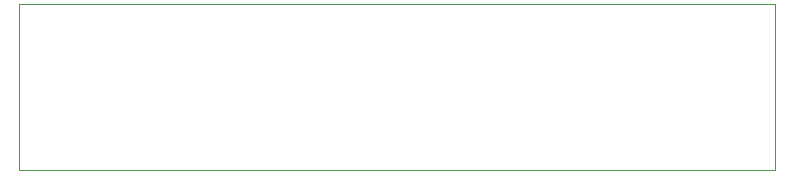
<source format=gbr>
%TF.GenerationSoftware,KiCad,Pcbnew,(5.1.7)-1*%
%TF.CreationDate,2023-03-16T12:51:54-07:00*%
%TF.ProjectId,smsQSB,736d7351-5342-42e6-9b69-6361645f7063,rev?*%
%TF.SameCoordinates,Original*%
%TF.FileFunction,Profile,NP*%
%FSLAX46Y46*%
G04 Gerber Fmt 4.6, Leading zero omitted, Abs format (unit mm)*
G04 Created by KiCad (PCBNEW (5.1.7)-1) date 2023-03-16 12:51:54*
%MOMM*%
%LPD*%
G01*
G04 APERTURE LIST*
%TA.AperFunction,Profile*%
%ADD10C,0.050000*%
%TD*%
G04 APERTURE END LIST*
D10*
X215000000Y-106000000D02*
X151000000Y-106000000D01*
X215000000Y-92000000D02*
X215000000Y-106000000D01*
X151000000Y-92000000D02*
X215000000Y-92000000D01*
X151000000Y-106000000D02*
X151000000Y-92000000D01*
M02*

</source>
